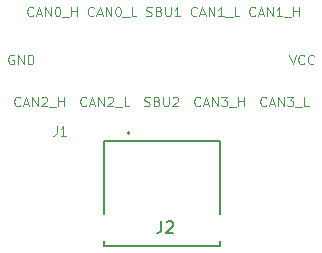
<source format=gbr>
%TF.GenerationSoftware,KiCad,Pcbnew,7.0.5*%
%TF.CreationDate,2024-02-15T12:52:28-05:00*%
%TF.ProjectId,SaberCord_Copy_Male,53616265-7243-46f7-9264-5f436f70795f,rev?*%
%TF.SameCoordinates,Original*%
%TF.FileFunction,Legend,Top*%
%TF.FilePolarity,Positive*%
%FSLAX46Y46*%
G04 Gerber Fmt 4.6, Leading zero omitted, Abs format (unit mm)*
G04 Created by KiCad (PCBNEW 7.0.5) date 2024-02-15 12:52:28*
%MOMM*%
%LPD*%
G01*
G04 APERTURE LIST*
%ADD10C,0.150000*%
%ADD11C,0.100000*%
%ADD12C,0.200000*%
G04 APERTURE END LIST*
D10*
%TO.C,J2*%
X140319166Y-93434819D02*
X140319166Y-94149104D01*
X140319166Y-94149104D02*
X140271547Y-94291961D01*
X140271547Y-94291961D02*
X140176309Y-94387200D01*
X140176309Y-94387200D02*
X140033452Y-94434819D01*
X140033452Y-94434819D02*
X139938214Y-94434819D01*
X140747738Y-93530057D02*
X140795357Y-93482438D01*
X140795357Y-93482438D02*
X140890595Y-93434819D01*
X140890595Y-93434819D02*
X141128690Y-93434819D01*
X141128690Y-93434819D02*
X141223928Y-93482438D01*
X141223928Y-93482438D02*
X141271547Y-93530057D01*
X141271547Y-93530057D02*
X141319166Y-93625295D01*
X141319166Y-93625295D02*
X141319166Y-93720533D01*
X141319166Y-93720533D02*
X141271547Y-93863390D01*
X141271547Y-93863390D02*
X140700119Y-94434819D01*
X140700119Y-94434819D02*
X141319166Y-94434819D01*
D11*
%TO.C,J1*%
X131432333Y-85416895D02*
X131432333Y-85988323D01*
X131432333Y-85988323D02*
X131394238Y-86102609D01*
X131394238Y-86102609D02*
X131318047Y-86178800D01*
X131318047Y-86178800D02*
X131203762Y-86216895D01*
X131203762Y-86216895D02*
X131127571Y-86216895D01*
X132232333Y-86216895D02*
X131775190Y-86216895D01*
X132003762Y-86216895D02*
X132003762Y-85416895D01*
X132003762Y-85416895D02*
X131927571Y-85531180D01*
X131927571Y-85531180D02*
X131851381Y-85607371D01*
X131851381Y-85607371D02*
X131775190Y-85645466D01*
X151144979Y-79360895D02*
X151411646Y-80160895D01*
X151411646Y-80160895D02*
X151678312Y-79360895D01*
X152402122Y-80084704D02*
X152364026Y-80122800D01*
X152364026Y-80122800D02*
X152249741Y-80160895D01*
X152249741Y-80160895D02*
X152173550Y-80160895D01*
X152173550Y-80160895D02*
X152059264Y-80122800D01*
X152059264Y-80122800D02*
X151983074Y-80046609D01*
X151983074Y-80046609D02*
X151944979Y-79970419D01*
X151944979Y-79970419D02*
X151906883Y-79818038D01*
X151906883Y-79818038D02*
X151906883Y-79703752D01*
X151906883Y-79703752D02*
X151944979Y-79551371D01*
X151944979Y-79551371D02*
X151983074Y-79475180D01*
X151983074Y-79475180D02*
X152059264Y-79398990D01*
X152059264Y-79398990D02*
X152173550Y-79360895D01*
X152173550Y-79360895D02*
X152249741Y-79360895D01*
X152249741Y-79360895D02*
X152364026Y-79398990D01*
X152364026Y-79398990D02*
X152402122Y-79437085D01*
X153202122Y-80084704D02*
X153164026Y-80122800D01*
X153164026Y-80122800D02*
X153049741Y-80160895D01*
X153049741Y-80160895D02*
X152973550Y-80160895D01*
X152973550Y-80160895D02*
X152859264Y-80122800D01*
X152859264Y-80122800D02*
X152783074Y-80046609D01*
X152783074Y-80046609D02*
X152744979Y-79970419D01*
X152744979Y-79970419D02*
X152706883Y-79818038D01*
X152706883Y-79818038D02*
X152706883Y-79703752D01*
X152706883Y-79703752D02*
X152744979Y-79551371D01*
X152744979Y-79551371D02*
X152783074Y-79475180D01*
X152783074Y-79475180D02*
X152859264Y-79398990D01*
X152859264Y-79398990D02*
X152973550Y-79360895D01*
X152973550Y-79360895D02*
X153049741Y-79360895D01*
X153049741Y-79360895D02*
X153164026Y-79398990D01*
X153164026Y-79398990D02*
X153202122Y-79437085D01*
X143588408Y-83640704D02*
X143550312Y-83678800D01*
X143550312Y-83678800D02*
X143436027Y-83716895D01*
X143436027Y-83716895D02*
X143359836Y-83716895D01*
X143359836Y-83716895D02*
X143245550Y-83678800D01*
X143245550Y-83678800D02*
X143169360Y-83602609D01*
X143169360Y-83602609D02*
X143131265Y-83526419D01*
X143131265Y-83526419D02*
X143093169Y-83374038D01*
X143093169Y-83374038D02*
X143093169Y-83259752D01*
X143093169Y-83259752D02*
X143131265Y-83107371D01*
X143131265Y-83107371D02*
X143169360Y-83031180D01*
X143169360Y-83031180D02*
X143245550Y-82954990D01*
X143245550Y-82954990D02*
X143359836Y-82916895D01*
X143359836Y-82916895D02*
X143436027Y-82916895D01*
X143436027Y-82916895D02*
X143550312Y-82954990D01*
X143550312Y-82954990D02*
X143588408Y-82993085D01*
X143893169Y-83488323D02*
X144274122Y-83488323D01*
X143816979Y-83716895D02*
X144083646Y-82916895D01*
X144083646Y-82916895D02*
X144350312Y-83716895D01*
X144616979Y-83716895D02*
X144616979Y-82916895D01*
X144616979Y-82916895D02*
X145074122Y-83716895D01*
X145074122Y-83716895D02*
X145074122Y-82916895D01*
X145378883Y-82916895D02*
X145874121Y-82916895D01*
X145874121Y-82916895D02*
X145607455Y-83221657D01*
X145607455Y-83221657D02*
X145721740Y-83221657D01*
X145721740Y-83221657D02*
X145797931Y-83259752D01*
X145797931Y-83259752D02*
X145836026Y-83297847D01*
X145836026Y-83297847D02*
X145874121Y-83374038D01*
X145874121Y-83374038D02*
X145874121Y-83564514D01*
X145874121Y-83564514D02*
X145836026Y-83640704D01*
X145836026Y-83640704D02*
X145797931Y-83678800D01*
X145797931Y-83678800D02*
X145721740Y-83716895D01*
X145721740Y-83716895D02*
X145493169Y-83716895D01*
X145493169Y-83716895D02*
X145416978Y-83678800D01*
X145416978Y-83678800D02*
X145378883Y-83640704D01*
X146026503Y-83793085D02*
X146636026Y-83793085D01*
X146826503Y-83716895D02*
X146826503Y-82916895D01*
X146826503Y-83297847D02*
X147283646Y-83297847D01*
X147283646Y-83716895D02*
X147283646Y-82916895D01*
X134577789Y-76020704D02*
X134539693Y-76058800D01*
X134539693Y-76058800D02*
X134425408Y-76096895D01*
X134425408Y-76096895D02*
X134349217Y-76096895D01*
X134349217Y-76096895D02*
X134234931Y-76058800D01*
X134234931Y-76058800D02*
X134158741Y-75982609D01*
X134158741Y-75982609D02*
X134120646Y-75906419D01*
X134120646Y-75906419D02*
X134082550Y-75754038D01*
X134082550Y-75754038D02*
X134082550Y-75639752D01*
X134082550Y-75639752D02*
X134120646Y-75487371D01*
X134120646Y-75487371D02*
X134158741Y-75411180D01*
X134158741Y-75411180D02*
X134234931Y-75334990D01*
X134234931Y-75334990D02*
X134349217Y-75296895D01*
X134349217Y-75296895D02*
X134425408Y-75296895D01*
X134425408Y-75296895D02*
X134539693Y-75334990D01*
X134539693Y-75334990D02*
X134577789Y-75373085D01*
X134882550Y-75868323D02*
X135263503Y-75868323D01*
X134806360Y-76096895D02*
X135073027Y-75296895D01*
X135073027Y-75296895D02*
X135339693Y-76096895D01*
X135606360Y-76096895D02*
X135606360Y-75296895D01*
X135606360Y-75296895D02*
X136063503Y-76096895D01*
X136063503Y-76096895D02*
X136063503Y-75296895D01*
X136596836Y-75296895D02*
X136673026Y-75296895D01*
X136673026Y-75296895D02*
X136749217Y-75334990D01*
X136749217Y-75334990D02*
X136787312Y-75373085D01*
X136787312Y-75373085D02*
X136825407Y-75449276D01*
X136825407Y-75449276D02*
X136863502Y-75601657D01*
X136863502Y-75601657D02*
X136863502Y-75792133D01*
X136863502Y-75792133D02*
X136825407Y-75944514D01*
X136825407Y-75944514D02*
X136787312Y-76020704D01*
X136787312Y-76020704D02*
X136749217Y-76058800D01*
X136749217Y-76058800D02*
X136673026Y-76096895D01*
X136673026Y-76096895D02*
X136596836Y-76096895D01*
X136596836Y-76096895D02*
X136520645Y-76058800D01*
X136520645Y-76058800D02*
X136482550Y-76020704D01*
X136482550Y-76020704D02*
X136444455Y-75944514D01*
X136444455Y-75944514D02*
X136406359Y-75792133D01*
X136406359Y-75792133D02*
X136406359Y-75601657D01*
X136406359Y-75601657D02*
X136444455Y-75449276D01*
X136444455Y-75449276D02*
X136482550Y-75373085D01*
X136482550Y-75373085D02*
X136520645Y-75334990D01*
X136520645Y-75334990D02*
X136596836Y-75296895D01*
X137015884Y-76173085D02*
X137625407Y-76173085D01*
X138196836Y-76096895D02*
X137815884Y-76096895D01*
X137815884Y-76096895D02*
X137815884Y-75296895D01*
X139029169Y-76058800D02*
X139143455Y-76096895D01*
X139143455Y-76096895D02*
X139333931Y-76096895D01*
X139333931Y-76096895D02*
X139410122Y-76058800D01*
X139410122Y-76058800D02*
X139448217Y-76020704D01*
X139448217Y-76020704D02*
X139486312Y-75944514D01*
X139486312Y-75944514D02*
X139486312Y-75868323D01*
X139486312Y-75868323D02*
X139448217Y-75792133D01*
X139448217Y-75792133D02*
X139410122Y-75754038D01*
X139410122Y-75754038D02*
X139333931Y-75715942D01*
X139333931Y-75715942D02*
X139181550Y-75677847D01*
X139181550Y-75677847D02*
X139105360Y-75639752D01*
X139105360Y-75639752D02*
X139067265Y-75601657D01*
X139067265Y-75601657D02*
X139029169Y-75525466D01*
X139029169Y-75525466D02*
X139029169Y-75449276D01*
X139029169Y-75449276D02*
X139067265Y-75373085D01*
X139067265Y-75373085D02*
X139105360Y-75334990D01*
X139105360Y-75334990D02*
X139181550Y-75296895D01*
X139181550Y-75296895D02*
X139372027Y-75296895D01*
X139372027Y-75296895D02*
X139486312Y-75334990D01*
X140095836Y-75677847D02*
X140210122Y-75715942D01*
X140210122Y-75715942D02*
X140248217Y-75754038D01*
X140248217Y-75754038D02*
X140286313Y-75830228D01*
X140286313Y-75830228D02*
X140286313Y-75944514D01*
X140286313Y-75944514D02*
X140248217Y-76020704D01*
X140248217Y-76020704D02*
X140210122Y-76058800D01*
X140210122Y-76058800D02*
X140133932Y-76096895D01*
X140133932Y-76096895D02*
X139829170Y-76096895D01*
X139829170Y-76096895D02*
X139829170Y-75296895D01*
X139829170Y-75296895D02*
X140095836Y-75296895D01*
X140095836Y-75296895D02*
X140172027Y-75334990D01*
X140172027Y-75334990D02*
X140210122Y-75373085D01*
X140210122Y-75373085D02*
X140248217Y-75449276D01*
X140248217Y-75449276D02*
X140248217Y-75525466D01*
X140248217Y-75525466D02*
X140210122Y-75601657D01*
X140210122Y-75601657D02*
X140172027Y-75639752D01*
X140172027Y-75639752D02*
X140095836Y-75677847D01*
X140095836Y-75677847D02*
X139829170Y-75677847D01*
X140629170Y-75296895D02*
X140629170Y-75944514D01*
X140629170Y-75944514D02*
X140667265Y-76020704D01*
X140667265Y-76020704D02*
X140705360Y-76058800D01*
X140705360Y-76058800D02*
X140781551Y-76096895D01*
X140781551Y-76096895D02*
X140933932Y-76096895D01*
X140933932Y-76096895D02*
X141010122Y-76058800D01*
X141010122Y-76058800D02*
X141048217Y-76020704D01*
X141048217Y-76020704D02*
X141086313Y-75944514D01*
X141086313Y-75944514D02*
X141086313Y-75296895D01*
X141886312Y-76096895D02*
X141429169Y-76096895D01*
X141657741Y-76096895D02*
X141657741Y-75296895D01*
X141657741Y-75296895D02*
X141581550Y-75411180D01*
X141581550Y-75411180D02*
X141505360Y-75487371D01*
X141505360Y-75487371D02*
X141429169Y-75525466D01*
X127802312Y-79398990D02*
X127726122Y-79360895D01*
X127726122Y-79360895D02*
X127611836Y-79360895D01*
X127611836Y-79360895D02*
X127497550Y-79398990D01*
X127497550Y-79398990D02*
X127421360Y-79475180D01*
X127421360Y-79475180D02*
X127383265Y-79551371D01*
X127383265Y-79551371D02*
X127345169Y-79703752D01*
X127345169Y-79703752D02*
X127345169Y-79818038D01*
X127345169Y-79818038D02*
X127383265Y-79970419D01*
X127383265Y-79970419D02*
X127421360Y-80046609D01*
X127421360Y-80046609D02*
X127497550Y-80122800D01*
X127497550Y-80122800D02*
X127611836Y-80160895D01*
X127611836Y-80160895D02*
X127688027Y-80160895D01*
X127688027Y-80160895D02*
X127802312Y-80122800D01*
X127802312Y-80122800D02*
X127840408Y-80084704D01*
X127840408Y-80084704D02*
X127840408Y-79818038D01*
X127840408Y-79818038D02*
X127688027Y-79818038D01*
X128183265Y-80160895D02*
X128183265Y-79360895D01*
X128183265Y-79360895D02*
X128640408Y-80160895D01*
X128640408Y-80160895D02*
X128640408Y-79360895D01*
X129021360Y-80160895D02*
X129021360Y-79360895D01*
X129021360Y-79360895D02*
X129211836Y-79360895D01*
X129211836Y-79360895D02*
X129326122Y-79398990D01*
X129326122Y-79398990D02*
X129402312Y-79475180D01*
X129402312Y-79475180D02*
X129440407Y-79551371D01*
X129440407Y-79551371D02*
X129478503Y-79703752D01*
X129478503Y-79703752D02*
X129478503Y-79818038D01*
X129478503Y-79818038D02*
X129440407Y-79970419D01*
X129440407Y-79970419D02*
X129402312Y-80046609D01*
X129402312Y-80046609D02*
X129326122Y-80122800D01*
X129326122Y-80122800D02*
X129211836Y-80160895D01*
X129211836Y-80160895D02*
X129021360Y-80160895D01*
X138867121Y-83678800D02*
X138981407Y-83716895D01*
X138981407Y-83716895D02*
X139171883Y-83716895D01*
X139171883Y-83716895D02*
X139248074Y-83678800D01*
X139248074Y-83678800D02*
X139286169Y-83640704D01*
X139286169Y-83640704D02*
X139324264Y-83564514D01*
X139324264Y-83564514D02*
X139324264Y-83488323D01*
X139324264Y-83488323D02*
X139286169Y-83412133D01*
X139286169Y-83412133D02*
X139248074Y-83374038D01*
X139248074Y-83374038D02*
X139171883Y-83335942D01*
X139171883Y-83335942D02*
X139019502Y-83297847D01*
X139019502Y-83297847D02*
X138943312Y-83259752D01*
X138943312Y-83259752D02*
X138905217Y-83221657D01*
X138905217Y-83221657D02*
X138867121Y-83145466D01*
X138867121Y-83145466D02*
X138867121Y-83069276D01*
X138867121Y-83069276D02*
X138905217Y-82993085D01*
X138905217Y-82993085D02*
X138943312Y-82954990D01*
X138943312Y-82954990D02*
X139019502Y-82916895D01*
X139019502Y-82916895D02*
X139209979Y-82916895D01*
X139209979Y-82916895D02*
X139324264Y-82954990D01*
X139933788Y-83297847D02*
X140048074Y-83335942D01*
X140048074Y-83335942D02*
X140086169Y-83374038D01*
X140086169Y-83374038D02*
X140124265Y-83450228D01*
X140124265Y-83450228D02*
X140124265Y-83564514D01*
X140124265Y-83564514D02*
X140086169Y-83640704D01*
X140086169Y-83640704D02*
X140048074Y-83678800D01*
X140048074Y-83678800D02*
X139971884Y-83716895D01*
X139971884Y-83716895D02*
X139667122Y-83716895D01*
X139667122Y-83716895D02*
X139667122Y-82916895D01*
X139667122Y-82916895D02*
X139933788Y-82916895D01*
X139933788Y-82916895D02*
X140009979Y-82954990D01*
X140009979Y-82954990D02*
X140048074Y-82993085D01*
X140048074Y-82993085D02*
X140086169Y-83069276D01*
X140086169Y-83069276D02*
X140086169Y-83145466D01*
X140086169Y-83145466D02*
X140048074Y-83221657D01*
X140048074Y-83221657D02*
X140009979Y-83259752D01*
X140009979Y-83259752D02*
X139933788Y-83297847D01*
X139933788Y-83297847D02*
X139667122Y-83297847D01*
X140467122Y-82916895D02*
X140467122Y-83564514D01*
X140467122Y-83564514D02*
X140505217Y-83640704D01*
X140505217Y-83640704D02*
X140543312Y-83678800D01*
X140543312Y-83678800D02*
X140619503Y-83716895D01*
X140619503Y-83716895D02*
X140771884Y-83716895D01*
X140771884Y-83716895D02*
X140848074Y-83678800D01*
X140848074Y-83678800D02*
X140886169Y-83640704D01*
X140886169Y-83640704D02*
X140924265Y-83564514D01*
X140924265Y-83564514D02*
X140924265Y-82916895D01*
X141267121Y-82993085D02*
X141305217Y-82954990D01*
X141305217Y-82954990D02*
X141381407Y-82916895D01*
X141381407Y-82916895D02*
X141571883Y-82916895D01*
X141571883Y-82916895D02*
X141648074Y-82954990D01*
X141648074Y-82954990D02*
X141686169Y-82993085D01*
X141686169Y-82993085D02*
X141724264Y-83069276D01*
X141724264Y-83069276D02*
X141724264Y-83145466D01*
X141724264Y-83145466D02*
X141686169Y-83259752D01*
X141686169Y-83259752D02*
X141229026Y-83716895D01*
X141229026Y-83716895D02*
X141724264Y-83716895D01*
X128357884Y-83640704D02*
X128319788Y-83678800D01*
X128319788Y-83678800D02*
X128205503Y-83716895D01*
X128205503Y-83716895D02*
X128129312Y-83716895D01*
X128129312Y-83716895D02*
X128015026Y-83678800D01*
X128015026Y-83678800D02*
X127938836Y-83602609D01*
X127938836Y-83602609D02*
X127900741Y-83526419D01*
X127900741Y-83526419D02*
X127862645Y-83374038D01*
X127862645Y-83374038D02*
X127862645Y-83259752D01*
X127862645Y-83259752D02*
X127900741Y-83107371D01*
X127900741Y-83107371D02*
X127938836Y-83031180D01*
X127938836Y-83031180D02*
X128015026Y-82954990D01*
X128015026Y-82954990D02*
X128129312Y-82916895D01*
X128129312Y-82916895D02*
X128205503Y-82916895D01*
X128205503Y-82916895D02*
X128319788Y-82954990D01*
X128319788Y-82954990D02*
X128357884Y-82993085D01*
X128662645Y-83488323D02*
X129043598Y-83488323D01*
X128586455Y-83716895D02*
X128853122Y-82916895D01*
X128853122Y-82916895D02*
X129119788Y-83716895D01*
X129386455Y-83716895D02*
X129386455Y-82916895D01*
X129386455Y-82916895D02*
X129843598Y-83716895D01*
X129843598Y-83716895D02*
X129843598Y-82916895D01*
X130186454Y-82993085D02*
X130224550Y-82954990D01*
X130224550Y-82954990D02*
X130300740Y-82916895D01*
X130300740Y-82916895D02*
X130491216Y-82916895D01*
X130491216Y-82916895D02*
X130567407Y-82954990D01*
X130567407Y-82954990D02*
X130605502Y-82993085D01*
X130605502Y-82993085D02*
X130643597Y-83069276D01*
X130643597Y-83069276D02*
X130643597Y-83145466D01*
X130643597Y-83145466D02*
X130605502Y-83259752D01*
X130605502Y-83259752D02*
X130148359Y-83716895D01*
X130148359Y-83716895D02*
X130643597Y-83716895D01*
X130795979Y-83793085D02*
X131405502Y-83793085D01*
X131595979Y-83716895D02*
X131595979Y-82916895D01*
X131595979Y-83297847D02*
X132053122Y-83297847D01*
X132053122Y-83716895D02*
X132053122Y-82916895D01*
X129440694Y-76020704D02*
X129402598Y-76058800D01*
X129402598Y-76058800D02*
X129288313Y-76096895D01*
X129288313Y-76096895D02*
X129212122Y-76096895D01*
X129212122Y-76096895D02*
X129097836Y-76058800D01*
X129097836Y-76058800D02*
X129021646Y-75982609D01*
X129021646Y-75982609D02*
X128983551Y-75906419D01*
X128983551Y-75906419D02*
X128945455Y-75754038D01*
X128945455Y-75754038D02*
X128945455Y-75639752D01*
X128945455Y-75639752D02*
X128983551Y-75487371D01*
X128983551Y-75487371D02*
X129021646Y-75411180D01*
X129021646Y-75411180D02*
X129097836Y-75334990D01*
X129097836Y-75334990D02*
X129212122Y-75296895D01*
X129212122Y-75296895D02*
X129288313Y-75296895D01*
X129288313Y-75296895D02*
X129402598Y-75334990D01*
X129402598Y-75334990D02*
X129440694Y-75373085D01*
X129745455Y-75868323D02*
X130126408Y-75868323D01*
X129669265Y-76096895D02*
X129935932Y-75296895D01*
X129935932Y-75296895D02*
X130202598Y-76096895D01*
X130469265Y-76096895D02*
X130469265Y-75296895D01*
X130469265Y-75296895D02*
X130926408Y-76096895D01*
X130926408Y-76096895D02*
X130926408Y-75296895D01*
X131459741Y-75296895D02*
X131535931Y-75296895D01*
X131535931Y-75296895D02*
X131612122Y-75334990D01*
X131612122Y-75334990D02*
X131650217Y-75373085D01*
X131650217Y-75373085D02*
X131688312Y-75449276D01*
X131688312Y-75449276D02*
X131726407Y-75601657D01*
X131726407Y-75601657D02*
X131726407Y-75792133D01*
X131726407Y-75792133D02*
X131688312Y-75944514D01*
X131688312Y-75944514D02*
X131650217Y-76020704D01*
X131650217Y-76020704D02*
X131612122Y-76058800D01*
X131612122Y-76058800D02*
X131535931Y-76096895D01*
X131535931Y-76096895D02*
X131459741Y-76096895D01*
X131459741Y-76096895D02*
X131383550Y-76058800D01*
X131383550Y-76058800D02*
X131345455Y-76020704D01*
X131345455Y-76020704D02*
X131307360Y-75944514D01*
X131307360Y-75944514D02*
X131269264Y-75792133D01*
X131269264Y-75792133D02*
X131269264Y-75601657D01*
X131269264Y-75601657D02*
X131307360Y-75449276D01*
X131307360Y-75449276D02*
X131345455Y-75373085D01*
X131345455Y-75373085D02*
X131383550Y-75334990D01*
X131383550Y-75334990D02*
X131459741Y-75296895D01*
X131878789Y-76173085D02*
X132488312Y-76173085D01*
X132678789Y-76096895D02*
X132678789Y-75296895D01*
X132678789Y-75677847D02*
X133135932Y-75677847D01*
X133135932Y-76096895D02*
X133135932Y-75296895D01*
X149185884Y-83640704D02*
X149147788Y-83678800D01*
X149147788Y-83678800D02*
X149033503Y-83716895D01*
X149033503Y-83716895D02*
X148957312Y-83716895D01*
X148957312Y-83716895D02*
X148843026Y-83678800D01*
X148843026Y-83678800D02*
X148766836Y-83602609D01*
X148766836Y-83602609D02*
X148728741Y-83526419D01*
X148728741Y-83526419D02*
X148690645Y-83374038D01*
X148690645Y-83374038D02*
X148690645Y-83259752D01*
X148690645Y-83259752D02*
X148728741Y-83107371D01*
X148728741Y-83107371D02*
X148766836Y-83031180D01*
X148766836Y-83031180D02*
X148843026Y-82954990D01*
X148843026Y-82954990D02*
X148957312Y-82916895D01*
X148957312Y-82916895D02*
X149033503Y-82916895D01*
X149033503Y-82916895D02*
X149147788Y-82954990D01*
X149147788Y-82954990D02*
X149185884Y-82993085D01*
X149490645Y-83488323D02*
X149871598Y-83488323D01*
X149414455Y-83716895D02*
X149681122Y-82916895D01*
X149681122Y-82916895D02*
X149947788Y-83716895D01*
X150214455Y-83716895D02*
X150214455Y-82916895D01*
X150214455Y-82916895D02*
X150671598Y-83716895D01*
X150671598Y-83716895D02*
X150671598Y-82916895D01*
X150976359Y-82916895D02*
X151471597Y-82916895D01*
X151471597Y-82916895D02*
X151204931Y-83221657D01*
X151204931Y-83221657D02*
X151319216Y-83221657D01*
X151319216Y-83221657D02*
X151395407Y-83259752D01*
X151395407Y-83259752D02*
X151433502Y-83297847D01*
X151433502Y-83297847D02*
X151471597Y-83374038D01*
X151471597Y-83374038D02*
X151471597Y-83564514D01*
X151471597Y-83564514D02*
X151433502Y-83640704D01*
X151433502Y-83640704D02*
X151395407Y-83678800D01*
X151395407Y-83678800D02*
X151319216Y-83716895D01*
X151319216Y-83716895D02*
X151090645Y-83716895D01*
X151090645Y-83716895D02*
X151014454Y-83678800D01*
X151014454Y-83678800D02*
X150976359Y-83640704D01*
X151623979Y-83793085D02*
X152233502Y-83793085D01*
X152804931Y-83716895D02*
X152423979Y-83716895D01*
X152423979Y-83716895D02*
X152423979Y-82916895D01*
X143290075Y-76020704D02*
X143251979Y-76058800D01*
X143251979Y-76058800D02*
X143137694Y-76096895D01*
X143137694Y-76096895D02*
X143061503Y-76096895D01*
X143061503Y-76096895D02*
X142947217Y-76058800D01*
X142947217Y-76058800D02*
X142871027Y-75982609D01*
X142871027Y-75982609D02*
X142832932Y-75906419D01*
X142832932Y-75906419D02*
X142794836Y-75754038D01*
X142794836Y-75754038D02*
X142794836Y-75639752D01*
X142794836Y-75639752D02*
X142832932Y-75487371D01*
X142832932Y-75487371D02*
X142871027Y-75411180D01*
X142871027Y-75411180D02*
X142947217Y-75334990D01*
X142947217Y-75334990D02*
X143061503Y-75296895D01*
X143061503Y-75296895D02*
X143137694Y-75296895D01*
X143137694Y-75296895D02*
X143251979Y-75334990D01*
X143251979Y-75334990D02*
X143290075Y-75373085D01*
X143594836Y-75868323D02*
X143975789Y-75868323D01*
X143518646Y-76096895D02*
X143785313Y-75296895D01*
X143785313Y-75296895D02*
X144051979Y-76096895D01*
X144318646Y-76096895D02*
X144318646Y-75296895D01*
X144318646Y-75296895D02*
X144775789Y-76096895D01*
X144775789Y-76096895D02*
X144775789Y-75296895D01*
X145575788Y-76096895D02*
X145118645Y-76096895D01*
X145347217Y-76096895D02*
X145347217Y-75296895D01*
X145347217Y-75296895D02*
X145271026Y-75411180D01*
X145271026Y-75411180D02*
X145194836Y-75487371D01*
X145194836Y-75487371D02*
X145118645Y-75525466D01*
X145728170Y-76173085D02*
X146337693Y-76173085D01*
X146909122Y-76096895D02*
X146528170Y-76096895D01*
X146528170Y-76096895D02*
X146528170Y-75296895D01*
X133955360Y-83640704D02*
X133917264Y-83678800D01*
X133917264Y-83678800D02*
X133802979Y-83716895D01*
X133802979Y-83716895D02*
X133726788Y-83716895D01*
X133726788Y-83716895D02*
X133612502Y-83678800D01*
X133612502Y-83678800D02*
X133536312Y-83602609D01*
X133536312Y-83602609D02*
X133498217Y-83526419D01*
X133498217Y-83526419D02*
X133460121Y-83374038D01*
X133460121Y-83374038D02*
X133460121Y-83259752D01*
X133460121Y-83259752D02*
X133498217Y-83107371D01*
X133498217Y-83107371D02*
X133536312Y-83031180D01*
X133536312Y-83031180D02*
X133612502Y-82954990D01*
X133612502Y-82954990D02*
X133726788Y-82916895D01*
X133726788Y-82916895D02*
X133802979Y-82916895D01*
X133802979Y-82916895D02*
X133917264Y-82954990D01*
X133917264Y-82954990D02*
X133955360Y-82993085D01*
X134260121Y-83488323D02*
X134641074Y-83488323D01*
X134183931Y-83716895D02*
X134450598Y-82916895D01*
X134450598Y-82916895D02*
X134717264Y-83716895D01*
X134983931Y-83716895D02*
X134983931Y-82916895D01*
X134983931Y-82916895D02*
X135441074Y-83716895D01*
X135441074Y-83716895D02*
X135441074Y-82916895D01*
X135783930Y-82993085D02*
X135822026Y-82954990D01*
X135822026Y-82954990D02*
X135898216Y-82916895D01*
X135898216Y-82916895D02*
X136088692Y-82916895D01*
X136088692Y-82916895D02*
X136164883Y-82954990D01*
X136164883Y-82954990D02*
X136202978Y-82993085D01*
X136202978Y-82993085D02*
X136241073Y-83069276D01*
X136241073Y-83069276D02*
X136241073Y-83145466D01*
X136241073Y-83145466D02*
X136202978Y-83259752D01*
X136202978Y-83259752D02*
X135745835Y-83716895D01*
X135745835Y-83716895D02*
X136241073Y-83716895D01*
X136393455Y-83793085D02*
X137002978Y-83793085D01*
X137574407Y-83716895D02*
X137193455Y-83716895D01*
X137193455Y-83716895D02*
X137193455Y-82916895D01*
X148236694Y-76020704D02*
X148198598Y-76058800D01*
X148198598Y-76058800D02*
X148084313Y-76096895D01*
X148084313Y-76096895D02*
X148008122Y-76096895D01*
X148008122Y-76096895D02*
X147893836Y-76058800D01*
X147893836Y-76058800D02*
X147817646Y-75982609D01*
X147817646Y-75982609D02*
X147779551Y-75906419D01*
X147779551Y-75906419D02*
X147741455Y-75754038D01*
X147741455Y-75754038D02*
X147741455Y-75639752D01*
X147741455Y-75639752D02*
X147779551Y-75487371D01*
X147779551Y-75487371D02*
X147817646Y-75411180D01*
X147817646Y-75411180D02*
X147893836Y-75334990D01*
X147893836Y-75334990D02*
X148008122Y-75296895D01*
X148008122Y-75296895D02*
X148084313Y-75296895D01*
X148084313Y-75296895D02*
X148198598Y-75334990D01*
X148198598Y-75334990D02*
X148236694Y-75373085D01*
X148541455Y-75868323D02*
X148922408Y-75868323D01*
X148465265Y-76096895D02*
X148731932Y-75296895D01*
X148731932Y-75296895D02*
X148998598Y-76096895D01*
X149265265Y-76096895D02*
X149265265Y-75296895D01*
X149265265Y-75296895D02*
X149722408Y-76096895D01*
X149722408Y-76096895D02*
X149722408Y-75296895D01*
X150522407Y-76096895D02*
X150065264Y-76096895D01*
X150293836Y-76096895D02*
X150293836Y-75296895D01*
X150293836Y-75296895D02*
X150217645Y-75411180D01*
X150217645Y-75411180D02*
X150141455Y-75487371D01*
X150141455Y-75487371D02*
X150065264Y-75525466D01*
X150674789Y-76173085D02*
X151284312Y-76173085D01*
X151474789Y-76096895D02*
X151474789Y-75296895D01*
X151474789Y-75677847D02*
X151931932Y-75677847D01*
X151931932Y-76096895D02*
X151931932Y-75296895D01*
D12*
%TO.C,J2*%
X135410000Y-86640000D02*
X135410000Y-92830000D01*
X135410000Y-86640000D02*
X145260000Y-86640000D01*
X135410000Y-95530000D02*
X135410000Y-95130000D01*
X135410000Y-95530000D02*
X145260000Y-95530000D01*
X145260000Y-92830000D02*
X145260000Y-86640000D01*
X145260000Y-95530000D02*
X145260000Y-95130000D01*
X137635000Y-85980000D02*
G75*
G03*
X137635000Y-85980000I-100000J0D01*
G01*
%TD*%
M02*

</source>
